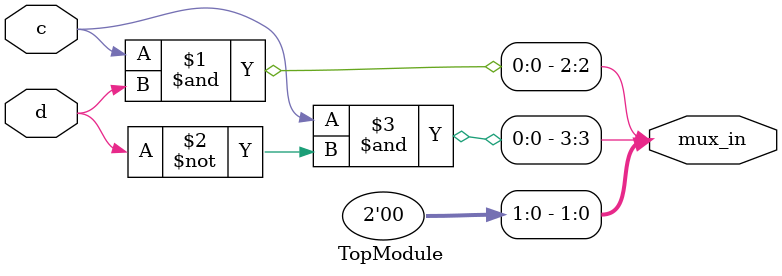
<source format=sv>

module TopModule (
  input c,
  input d,
  output [3:0] mux_in
);

  // Assign values to the inputs of the main 4-to-1 multiplexer
  assign mux_in[0] = 1'b0;  // ab = 00, K-map value is 0
  assign mux_in[1] = 1'b0;  // ab = 01, K-map value is 0
  assign mux_in[2] = c & d; // ab = 11, K-map value is 1 when both c and d are 1
  assign mux_in[3] = c & ~d; // ab = 10, K-map value is 1 when c is 1 and d is 0

endmodule

// VERILOG-EVAL: errant inclusion of module definition

</source>
